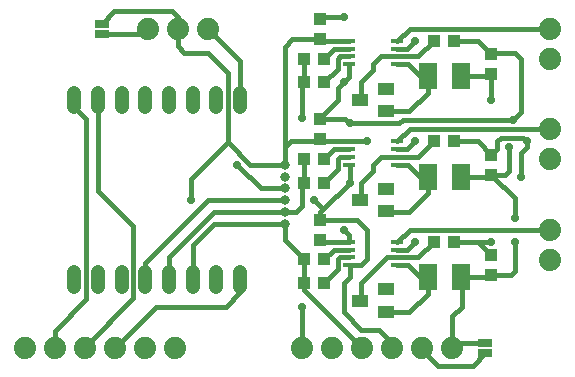
<source format=gtl>
G75*
%MOIN*%
%OFA0B0*%
%FSLAX24Y24*%
%IPPOS*%
%LPD*%
%AMOC8*
5,1,8,0,0,1.08239X$1,22.5*
%
%ADD10C,0.0476*%
%ADD11R,0.0394X0.0177*%
%ADD12R,0.0394X0.0433*%
%ADD13C,0.0740*%
%ADD14R,0.0630X0.0866*%
%ADD15R,0.0433X0.0394*%
%ADD16R,0.0551X0.0394*%
%ADD17R,0.0500X0.0250*%
%ADD18C,0.0160*%
%ADD19C,0.0317*%
%ADD20C,0.0277*%
D10*
X003432Y003594D02*
X003432Y004070D01*
X004219Y004070D02*
X004219Y003594D01*
X005007Y003594D02*
X005007Y004070D01*
X005794Y004070D02*
X005794Y003594D01*
X006582Y003594D02*
X006582Y004070D01*
X007369Y004070D02*
X007369Y003594D01*
X008156Y003594D02*
X008156Y004070D01*
X008944Y004070D02*
X008944Y003594D01*
X008944Y009581D02*
X008944Y010057D01*
X008156Y010057D02*
X008156Y009581D01*
X007369Y009581D02*
X007369Y010057D01*
X006582Y010057D02*
X006582Y009581D01*
X005794Y009581D02*
X005794Y010057D01*
X005007Y010057D02*
X005007Y009581D01*
X004219Y009581D02*
X004219Y010057D01*
X003432Y010057D02*
X003432Y009581D01*
D11*
X012586Y008430D03*
X012586Y008174D03*
X012586Y007918D03*
X012586Y007662D03*
X014200Y007662D03*
X014200Y007918D03*
X014200Y008174D03*
X014200Y008430D03*
X014200Y011009D03*
X014200Y011265D03*
X014200Y011520D03*
X014200Y011776D03*
X012586Y011776D03*
X012586Y011520D03*
X012586Y011265D03*
X012586Y011009D03*
X012586Y005083D03*
X012586Y004828D03*
X012586Y004572D03*
X012586Y004316D03*
X014200Y004316D03*
X014200Y004572D03*
X014200Y004828D03*
X014200Y005083D03*
D12*
X011759Y004503D03*
X011090Y004503D03*
X011621Y005152D03*
X011621Y005822D03*
X011759Y007062D03*
X011090Y007062D03*
X011090Y007849D03*
X011759Y007849D03*
X011621Y008499D03*
X011621Y009168D03*
X011759Y010408D03*
X011090Y010408D03*
X011090Y011196D03*
X011759Y011196D03*
X011621Y011845D03*
X011621Y012515D03*
X017330Y011333D03*
X017330Y010664D03*
X017330Y007987D03*
X017330Y007318D03*
X017330Y004641D03*
X017330Y003971D03*
X011759Y003715D03*
X011090Y003715D03*
D13*
X001779Y001550D03*
X002779Y001550D03*
X003779Y001550D03*
X004779Y001550D03*
X005779Y001550D03*
X006779Y001550D03*
X011023Y001550D03*
X012023Y001550D03*
X013023Y001550D03*
X014031Y001550D03*
X015031Y001550D03*
X016031Y001550D03*
X019298Y004487D03*
X019298Y005487D03*
X019298Y007833D03*
X019298Y008833D03*
X019298Y011180D03*
X019298Y012180D03*
X007881Y012180D03*
X006881Y012180D03*
X005881Y012180D03*
D14*
X015204Y010605D03*
X016306Y010605D03*
X016306Y007259D03*
X015204Y007259D03*
X015204Y003912D03*
X016306Y003912D03*
D15*
X016090Y005093D03*
X015420Y005093D03*
X015420Y008440D03*
X016090Y008440D03*
X016090Y011786D03*
X015420Y011786D03*
D16*
X013826Y010192D03*
X012960Y009818D03*
X013826Y009444D03*
X013826Y006845D03*
X012960Y006471D03*
X013826Y006097D03*
X013826Y003499D03*
X012960Y003125D03*
X013826Y002751D03*
D17*
X017133Y001712D03*
X017133Y001388D03*
X004338Y012018D03*
X004338Y012342D03*
D18*
X004766Y012770D01*
X006700Y012770D01*
X006881Y012589D01*
X006881Y012180D01*
X006881Y011605D01*
X007094Y011393D01*
X007881Y011393D01*
X008550Y010723D01*
X008550Y008400D01*
X007330Y007180D01*
X007330Y006471D01*
X007881Y006471D02*
X010440Y006471D01*
X010440Y006078D02*
X010834Y006078D01*
X011031Y006274D01*
X011031Y007003D01*
X011090Y007062D01*
X011090Y007849D01*
X010440Y007652D02*
X010440Y008243D01*
X010440Y011589D01*
X010696Y011845D01*
X011621Y011845D01*
X011690Y011776D01*
X012586Y011776D01*
X012586Y011520D02*
X012084Y011520D01*
X011759Y011196D01*
X012212Y011196D02*
X012212Y010861D01*
X011759Y010408D01*
X012212Y010211D02*
X012408Y010408D01*
X012586Y010585D01*
X012586Y011009D01*
X012586Y011265D02*
X012281Y011265D01*
X012212Y011196D01*
X012999Y010408D02*
X013393Y010802D01*
X013393Y010999D01*
X013658Y011265D01*
X014200Y011265D01*
X014899Y011265D01*
X015420Y011786D01*
X014771Y011786D02*
X014505Y011520D01*
X014200Y011520D01*
X014200Y011776D02*
X014603Y012180D01*
X019298Y012180D01*
X018314Y011196D02*
X018117Y011393D01*
X017389Y011393D01*
X017330Y011333D01*
X016877Y011786D01*
X016090Y011786D01*
X014968Y010605D02*
X014564Y011009D01*
X014200Y011009D01*
X014968Y010605D02*
X015204Y010605D01*
X015204Y010054D01*
X014594Y009444D01*
X013826Y009444D01*
X014259Y009030D02*
X014377Y009148D01*
X018038Y009148D01*
X018314Y009424D01*
X018314Y011196D01*
X017330Y010664D02*
X017330Y009818D01*
X017271Y010605D02*
X016306Y010605D01*
X017271Y010605D02*
X017330Y010664D01*
X019298Y008833D02*
X014603Y008833D01*
X014200Y008430D01*
X014200Y008174D02*
X014505Y008174D01*
X014771Y008440D01*
X014899Y007918D02*
X015420Y008440D01*
X016090Y008440D02*
X016877Y008440D01*
X017330Y007987D01*
X017527Y008184D01*
X017527Y008440D01*
X017645Y008558D01*
X018393Y008558D01*
X018511Y008440D01*
X018511Y008243D01*
X018314Y008046D01*
X018314Y007259D01*
X017920Y007456D02*
X017782Y007318D01*
X017330Y007318D01*
X017271Y007259D01*
X016306Y007259D01*
X017330Y007318D02*
X018117Y006530D01*
X018117Y005881D01*
X018117Y005093D02*
X018117Y004109D01*
X017979Y003971D01*
X017330Y003971D01*
X017271Y003912D01*
X016306Y003912D01*
X016345Y003873D01*
X016345Y002928D01*
X016031Y002613D01*
X016031Y001550D01*
X016193Y001712D01*
X017133Y001712D01*
X017133Y001388D02*
X016704Y000959D01*
X015558Y000959D01*
X015031Y001487D01*
X015031Y001550D01*
X014031Y001550D02*
X014031Y001700D01*
X013590Y002141D01*
X012999Y002141D01*
X012408Y002731D01*
X012408Y003715D01*
X012605Y003912D01*
X012605Y004296D01*
X012586Y004316D01*
X012595Y004306D01*
X012999Y004306D01*
X013196Y004503D01*
X013196Y005487D01*
X012861Y005822D01*
X011621Y005822D01*
X011621Y006078D01*
X011719Y006176D01*
X011424Y006471D01*
X011719Y006176D02*
X012605Y007062D01*
X012605Y007643D01*
X012586Y007662D01*
X012586Y007918D02*
X012281Y007918D01*
X012212Y007849D01*
X012212Y007515D01*
X011759Y007062D01*
X012999Y007062D02*
X012999Y006511D01*
X012960Y006471D01*
X012999Y007062D02*
X013393Y007456D01*
X013393Y007652D01*
X013658Y007918D01*
X014200Y007918D01*
X014899Y007918D01*
X014564Y007662D02*
X014968Y007259D01*
X015204Y007259D01*
X015204Y006707D01*
X014574Y006078D01*
X013845Y006078D01*
X013826Y006097D01*
X014603Y005487D02*
X019298Y005487D01*
X017330Y005093D02*
X016877Y005093D01*
X017330Y004641D01*
X016877Y005093D02*
X016090Y005093D01*
X015420Y005093D02*
X014899Y004572D01*
X014200Y004572D01*
X013855Y004572D01*
X012999Y003715D01*
X012999Y003164D01*
X012960Y003125D01*
X013826Y002751D02*
X013845Y002731D01*
X014574Y002731D01*
X015204Y003361D01*
X015204Y003912D01*
X014968Y003912D01*
X014564Y004316D01*
X014200Y004316D01*
X014200Y004828D02*
X014505Y004828D01*
X014771Y005093D01*
X014603Y005487D02*
X014200Y005083D01*
X012586Y005083D02*
X012586Y005310D01*
X012408Y005487D01*
X012586Y005083D02*
X011690Y005083D01*
X011621Y005152D01*
X012084Y004828D02*
X011759Y004503D01*
X012212Y004503D02*
X012212Y004168D01*
X011759Y003715D01*
X011090Y003715D02*
X011090Y003483D01*
X013023Y001550D01*
X011031Y001558D02*
X011023Y001550D01*
X011031Y001558D02*
X011031Y002928D01*
X011031Y003656D02*
X011090Y003715D01*
X011090Y004503D01*
X010440Y005152D01*
X010440Y005684D01*
X008078Y005684D01*
X007369Y004975D01*
X007369Y004070D01*
X006582Y004070D02*
X006582Y004581D01*
X008078Y006078D01*
X010440Y006078D01*
X010440Y006865D02*
X009653Y006865D01*
X008865Y007652D01*
X009298Y007652D02*
X010440Y007652D01*
X010440Y008243D02*
X010637Y008440D01*
X011562Y008440D01*
X011621Y008499D01*
X011690Y008430D01*
X012586Y008430D01*
X012595Y008440D01*
X013196Y008440D01*
X012586Y008174D02*
X012084Y008174D01*
X011759Y007849D01*
X012605Y009030D02*
X014259Y009030D01*
X012999Y009857D02*
X012999Y010408D01*
X012999Y009857D02*
X012960Y009818D01*
X012212Y009818D02*
X012212Y010211D01*
X012212Y009818D02*
X011621Y009227D01*
X011621Y009168D01*
X012468Y009168D01*
X012605Y009030D01*
X011031Y009227D02*
X011031Y010349D01*
X011090Y010408D01*
X011090Y011196D01*
X011621Y012515D02*
X011680Y012574D01*
X012408Y012574D01*
X008944Y011117D02*
X007881Y012180D01*
X008944Y011117D02*
X008944Y009581D01*
X008550Y008400D02*
X009298Y007652D01*
X007881Y006471D02*
X005794Y004385D01*
X005794Y004070D01*
X005401Y003204D02*
X003779Y001581D01*
X003779Y001550D01*
X004779Y001550D02*
X006156Y002928D01*
X008471Y002928D01*
X008944Y003400D01*
X008944Y004070D01*
X012084Y004828D02*
X012586Y004828D01*
X012586Y004572D02*
X012281Y004572D01*
X012212Y004503D01*
X014200Y007662D02*
X014564Y007662D01*
X017920Y007456D02*
X017920Y008243D01*
X005881Y012180D02*
X005719Y012018D01*
X004338Y012018D01*
X004219Y009581D02*
X004219Y006786D01*
X005401Y005605D01*
X005401Y003204D01*
X003826Y003164D02*
X002779Y002117D01*
X002779Y001550D01*
X003826Y003164D02*
X003826Y009188D01*
X003432Y009581D01*
D19*
X010440Y007652D03*
X010440Y007259D03*
X010440Y006865D03*
X010440Y006471D03*
X010440Y006078D03*
X010440Y005684D03*
D20*
X011424Y006471D03*
X012605Y007062D03*
X013196Y008440D03*
X012605Y009030D03*
X011031Y009227D03*
X012408Y010408D03*
X014771Y011786D03*
X012408Y012574D03*
X017330Y009818D03*
X018038Y009148D03*
X018511Y008440D03*
X017920Y008243D03*
X018314Y007259D03*
X018117Y005881D03*
X018117Y005093D03*
X017330Y005093D03*
X014771Y005093D03*
X012408Y005487D03*
X008865Y007652D03*
X007330Y006471D03*
X011031Y002928D03*
X014771Y008440D03*
M02*

</source>
